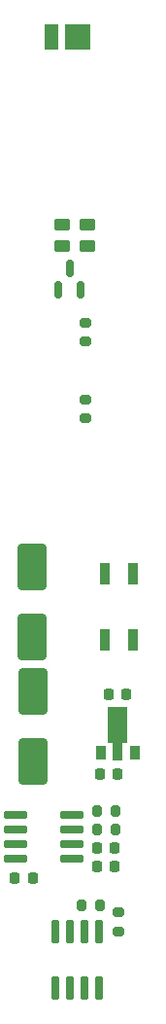
<source format=gtp>
G04 #@! TF.GenerationSoftware,KiCad,Pcbnew,7.0.10*
G04 #@! TF.CreationDate,2024-05-01T16:26:18+02:00*
G04 #@! TF.ProjectId,microscope,6d696372-6f73-4636-9f70-652e6b696361,rev?*
G04 #@! TF.SameCoordinates,Original*
G04 #@! TF.FileFunction,Paste,Top*
G04 #@! TF.FilePolarity,Positive*
%FSLAX46Y46*%
G04 Gerber Fmt 4.6, Leading zero omitted, Abs format (unit mm)*
G04 Created by KiCad (PCBNEW 7.0.10) date 2024-05-01 16:26:18*
%MOMM*%
%LPD*%
G01*
G04 APERTURE LIST*
G04 Aperture macros list*
%AMRoundRect*
0 Rectangle with rounded corners*
0 $1 Rounding radius*
0 $2 $3 $4 $5 $6 $7 $8 $9 X,Y pos of 4 corners*
0 Add a 4 corners polygon primitive as box body*
4,1,4,$2,$3,$4,$5,$6,$7,$8,$9,$2,$3,0*
0 Add four circle primitives for the rounded corners*
1,1,$1+$1,$2,$3*
1,1,$1+$1,$4,$5*
1,1,$1+$1,$6,$7*
1,1,$1+$1,$8,$9*
0 Add four rect primitives between the rounded corners*
20,1,$1+$1,$2,$3,$4,$5,0*
20,1,$1+$1,$4,$5,$6,$7,0*
20,1,$1+$1,$6,$7,$8,$9,0*
20,1,$1+$1,$8,$9,$2,$3,0*%
%AMFreePoly0*
4,1,9,3.862500,-0.866500,0.737500,-0.866500,0.737500,-0.450000,-0.737500,-0.450000,-0.737500,0.450000,0.737500,0.450000,0.737500,0.866500,3.862500,0.866500,3.862500,-0.866500,3.862500,-0.866500,$1*%
G04 Aperture macros list end*
%ADD10RoundRect,0.250000X-0.450000X0.262500X-0.450000X-0.262500X0.450000X-0.262500X0.450000X0.262500X0*%
%ADD11RoundRect,0.150000X0.150000X-0.587500X0.150000X0.587500X-0.150000X0.587500X-0.150000X-0.587500X0*%
%ADD12R,2.200000X2.200000*%
%ADD13R,1.250000X2.200000*%
%ADD14RoundRect,0.225000X-0.225000X-0.250000X0.225000X-0.250000X0.225000X0.250000X-0.225000X0.250000X0*%
%ADD15RoundRect,0.200000X-0.200000X-0.275000X0.200000X-0.275000X0.200000X0.275000X-0.200000X0.275000X0*%
%ADD16R,0.900000X1.300000*%
%ADD17FreePoly0,90.000000*%
%ADD18RoundRect,0.225000X0.225000X0.250000X-0.225000X0.250000X-0.225000X-0.250000X0.225000X-0.250000X0*%
%ADD19RoundRect,0.042000X-0.258000X0.943000X-0.258000X-0.943000X0.258000X-0.943000X0.258000X0.943000X0*%
%ADD20RoundRect,0.250000X-1.000000X1.750000X-1.000000X-1.750000X1.000000X-1.750000X1.000000X1.750000X0*%
%ADD21RoundRect,0.200000X0.275000X-0.200000X0.275000X0.200000X-0.275000X0.200000X-0.275000X-0.200000X0*%
%ADD22RoundRect,0.042000X-0.943000X-0.258000X0.943000X-0.258000X0.943000X0.258000X-0.943000X0.258000X0*%
%ADD23RoundRect,0.091000X0.364000X-0.864000X0.364000X0.864000X-0.364000X0.864000X-0.364000X-0.864000X0*%
%ADD24RoundRect,0.200000X0.200000X0.275000X-0.200000X0.275000X-0.200000X-0.275000X0.200000X-0.275000X0*%
%ADD25RoundRect,0.200000X-0.275000X0.200000X-0.275000X-0.200000X0.275000X-0.200000X0.275000X0.200000X0*%
%ADD26RoundRect,0.250000X1.000000X-1.750000X1.000000X1.750000X-1.000000X1.750000X-1.000000X-1.750000X0*%
G04 APERTURE END LIST*
D10*
X99550000Y-69337500D03*
X99550000Y-71162500D03*
X101750000Y-69337500D03*
X101750000Y-71162500D03*
D11*
X99250000Y-75000000D03*
X101150000Y-75000000D03*
X100200000Y-73125000D03*
D12*
X100900000Y-53000000D03*
D13*
X98625000Y-53000000D03*
D14*
X102600000Y-123600000D03*
X104150000Y-123600000D03*
D15*
X102575000Y-122000000D03*
X104225000Y-122000000D03*
D16*
X102900000Y-115350000D03*
D17*
X104400000Y-115262500D03*
D16*
X105900000Y-115350000D03*
D18*
X104150000Y-125200000D03*
X102600000Y-125200000D03*
D19*
X102805000Y-130885000D03*
X101535000Y-130885000D03*
X100265000Y-130885000D03*
X98995000Y-130885000D03*
X98995000Y-135825000D03*
X100265000Y-135825000D03*
X101535000Y-135825000D03*
X102805000Y-135825000D03*
D20*
X97000000Y-110000000D03*
X97000000Y-116100000D03*
D21*
X101600000Y-79500000D03*
X101600000Y-77850000D03*
D22*
X95460000Y-120760000D03*
X95460000Y-122030000D03*
X95460000Y-123300000D03*
X95460000Y-124570000D03*
X100400000Y-124570000D03*
X100400000Y-123300000D03*
X100400000Y-122030000D03*
X100400000Y-120760000D03*
D23*
X103250000Y-105500000D03*
X105700000Y-105500000D03*
X105700000Y-99700000D03*
X103250000Y-99700000D03*
D15*
X101225000Y-128630000D03*
X102875000Y-128630000D03*
D14*
X95425000Y-126200000D03*
X96975000Y-126200000D03*
D24*
X104225000Y-120400000D03*
X102575000Y-120400000D03*
D21*
X101600000Y-86200000D03*
X101600000Y-84550000D03*
D25*
X104450000Y-129205000D03*
X104450000Y-130855000D03*
D26*
X96950000Y-105250000D03*
X96950000Y-99150000D03*
D18*
X105175000Y-110200000D03*
X103625000Y-110200000D03*
X104375000Y-117200000D03*
X102825000Y-117200000D03*
M02*

</source>
